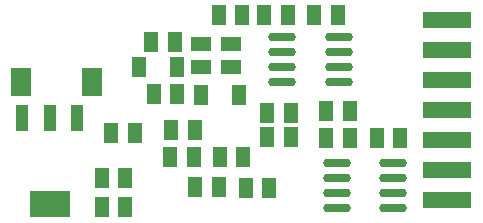
<source format=gbs>
%FSLAX25Y25*%
%MOIN*%
G70*
G01*
G75*
G04 Layer_Color=16711935*
%ADD10C,0.00787*%
%ADD11R,0.03937X0.05906*%
%ADD12R,0.03543X0.00984*%
%ADD13O,0.06890X0.00787*%
%ADD14O,0.00787X0.06890*%
%ADD15O,0.01181X0.06890*%
%ADD16R,0.07874X0.01969*%
%ADD17R,0.07874X0.07874*%
%ADD18R,0.15748X0.04724*%
%ADD19O,0.08661X0.02362*%
%ADD20R,0.05906X0.03937*%
%ADD21R,0.04921X0.07874*%
%ADD22C,0.01575*%
%ADD23R,0.03740X0.08465*%
%ADD24R,0.12795X0.08465*%
%ADD25R,0.05906X0.08661*%
%ADD26C,0.00591*%
%ADD27R,0.15354X0.03937*%
%ADD28R,0.02000X0.06000*%
%ADD29R,0.05512X0.05906*%
%ADD30R,0.00787X0.05906*%
%ADD31R,0.04537X0.06506*%
%ADD32R,0.04143X0.01584*%
%ADD33O,0.07490X0.01387*%
%ADD34O,0.01387X0.07490*%
%ADD35O,0.01781X0.07490*%
%ADD36R,0.08474X0.02569*%
%ADD37R,0.08474X0.08474*%
%ADD38R,0.16348X0.05324*%
%ADD39O,0.09261X0.02962*%
%ADD40R,0.06506X0.04537*%
%ADD41R,0.05521X0.08474*%
%ADD42R,0.04340X0.09065*%
%ADD43R,0.13395X0.09065*%
%ADD44R,0.06506X0.09261*%
D31*
X96457Y21654D02*
D03*
X88583D02*
D03*
X127953Y68898D02*
D03*
X120079D02*
D03*
X111221D02*
D03*
X103347D02*
D03*
X96063D02*
D03*
X88189D02*
D03*
X124016Y37008D02*
D03*
X131890D02*
D03*
X72441Y30709D02*
D03*
X80315D02*
D03*
X65748Y59842D02*
D03*
X73622D02*
D03*
X148819Y27953D02*
D03*
X140945D02*
D03*
X131890D02*
D03*
X124016D02*
D03*
X74410Y42520D02*
D03*
X66535D02*
D03*
X104331Y36220D02*
D03*
X112205D02*
D03*
X97244Y11417D02*
D03*
X105118D02*
D03*
X88386Y11516D02*
D03*
X80512D02*
D03*
X104331Y28346D02*
D03*
X112205D02*
D03*
X79921Y21654D02*
D03*
X72047D02*
D03*
X57087Y14764D02*
D03*
X49213D02*
D03*
X60236Y29528D02*
D03*
X52362D02*
D03*
X49213Y4921D02*
D03*
X57087D02*
D03*
X94882Y42126D02*
D03*
X82284D02*
D03*
X74410Y51575D02*
D03*
X61811D02*
D03*
D38*
X164370Y7402D02*
D03*
Y17402D02*
D03*
Y27402D02*
D03*
Y37402D02*
D03*
Y47402D02*
D03*
Y57402D02*
D03*
Y67402D02*
D03*
D39*
X128347Y61437D02*
D03*
Y56437D02*
D03*
Y51437D02*
D03*
Y46437D02*
D03*
X109449Y61437D02*
D03*
Y56437D02*
D03*
Y51437D02*
D03*
Y46437D02*
D03*
X146514Y19606D02*
D03*
Y14606D02*
D03*
Y9606D02*
D03*
Y4606D02*
D03*
X127617Y19606D02*
D03*
Y14606D02*
D03*
Y9606D02*
D03*
Y4606D02*
D03*
D40*
X82480Y59350D02*
D03*
Y51476D02*
D03*
X92323Y59350D02*
D03*
Y51476D02*
D03*
D42*
X22835Y34646D02*
D03*
X31890D02*
D03*
X40945D02*
D03*
D43*
X31890Y5906D02*
D03*
D44*
X46063Y46506D02*
D03*
X22441D02*
D03*
M02*

</source>
